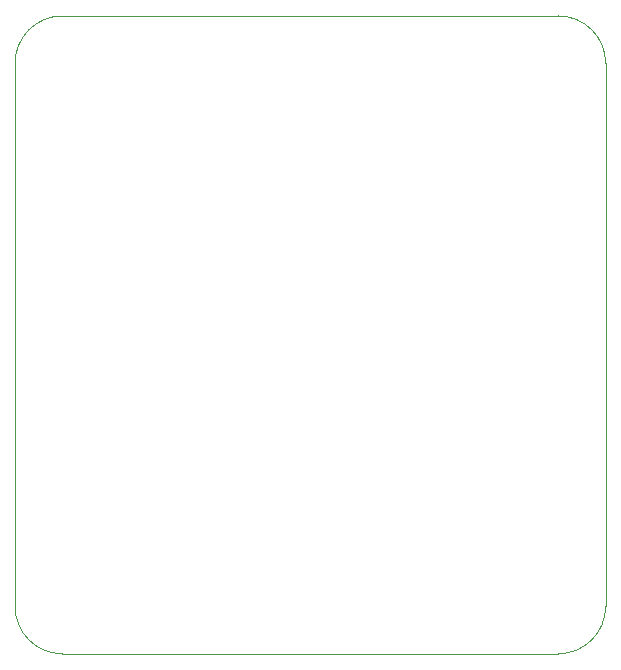
<source format=gbr>
%TF.GenerationSoftware,KiCad,Pcbnew,(5.1.9)-1*%
%TF.CreationDate,2021-09-16T13:16:14+03:00*%
%TF.ProjectId,STM32-V1,53544d33-322d-4563-912e-6b696361645f,rev?*%
%TF.SameCoordinates,Original*%
%TF.FileFunction,Profile,NP*%
%FSLAX46Y46*%
G04 Gerber Fmt 4.6, Leading zero omitted, Abs format (unit mm)*
G04 Created by KiCad (PCBNEW (5.1.9)-1) date 2021-09-16 13:16:14*
%MOMM*%
%LPD*%
G01*
G04 APERTURE LIST*
%TA.AperFunction,Profile*%
%ADD10C,0.050000*%
%TD*%
G04 APERTURE END LIST*
D10*
X130000000Y-144500000D02*
X88000000Y-144500000D01*
X134000000Y-140500000D02*
G75*
G02*
X130000000Y-144500000I-4000000J0D01*
G01*
X134000000Y-94500000D02*
X134000000Y-140500000D01*
X88000000Y-144500000D02*
G75*
G02*
X84000000Y-140500000I0J4000000D01*
G01*
X84000000Y-94500000D02*
G75*
G02*
X88000000Y-90500000I4000000J0D01*
G01*
X130000000Y-90500000D02*
G75*
G02*
X134000000Y-94500000I0J-4000000D01*
G01*
X88000000Y-90500000D02*
X130000000Y-90500000D01*
X84000000Y-140500000D02*
X84000000Y-94500000D01*
M02*

</source>
